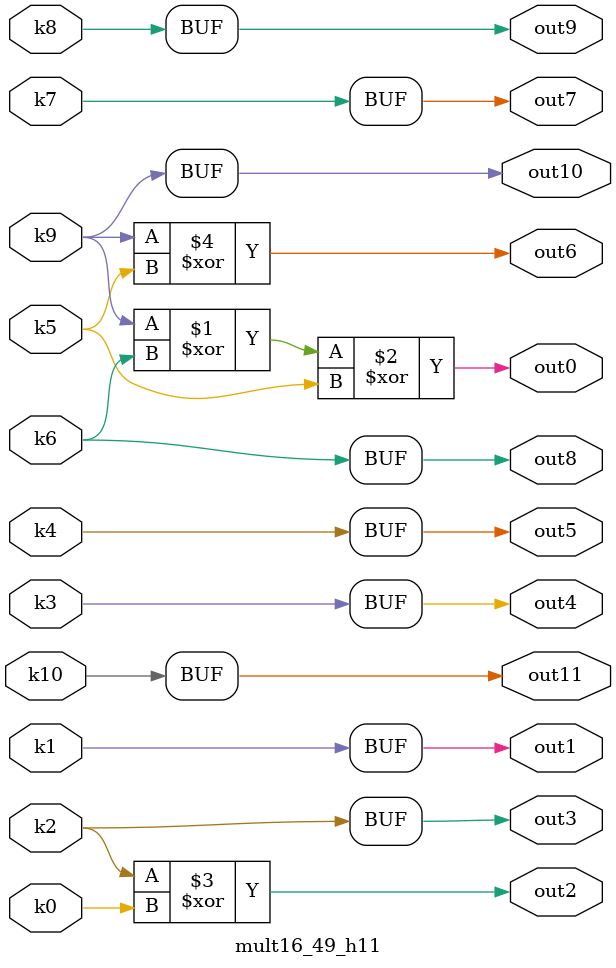
<source format=v>
module mult16_49(pi00, pi01, pi02, pi03, pi04, pi05, pi06, pi07, pi08, pi09, pi10, pi11, po00, po01, po02, po03, po04, po05, po06, po07, po08, po09, po10, po11);
input pi00, pi01, pi02, pi03, pi04, pi05, pi06, pi07, pi08, pi09, pi10, pi11;
output po00, po01, po02, po03, po04, po05, po06, po07, po08, po09, po10, po11;
wire k00, k01, k02, k03, k04, k05, k06, k07, k08, k09, k10;
mult16_49_w11 DUT1 (pi00, pi01, pi02, pi03, pi04, pi05, pi06, pi07, pi08, pi09, pi10, pi11, k00, k01, k02, k03, k04, k05, k06, k07, k08, k09, k10);
mult16_49_h11 DUT2 (k00, k01, k02, k03, k04, k05, k06, k07, k08, k09, k10, po00, po01, po02, po03, po04, po05, po06, po07, po08, po09, po10, po11);
endmodule

module mult16_49_w11(in11, in10, in9, in8, in7, in6, in5, in4, in3, in2, in1, in0, k10, k9, k8, k7, k6, k5, k4, k3, k2, k1, k0);
input in11, in10, in9, in8, in7, in6, in5, in4, in3, in2, in1, in0;
output k10, k9, k8, k7, k6, k5, k4, k3, k2, k1, k0;
assign k0 =   (~in3 | ((~in9 | ((~in7 | ~in4) & (~in5 | ~in6))) & (~in8 | (in4 & in6)))) & ~in1 & (~in4 | ~in6 | ((~in7 | ~in5) & in8 & in3));
assign k1 =   (in8 & in6 & in4 & ((in7 & in0) | (in3 & ~in7 & ~in0))) | (((~in7 & in0) | (in3 & in7 & ~in0)) & (~in8 | ~in6 | ~in4)) | (~in3 & in0);
assign k2 =   (in4 & ((in6 & (((~in7 | ~in5) & ((~in9 & ((in3 & in8 & in1) | (~in8 & ~in1))) | (~in3 & ~in1))) | (~in7 & ~in5 & ((in3 & in8 & in1) | (~in8 & ~in1))) | (in3 & ((in9 & (in8 ^ in1) & (in7 | in5)) | (in7 & in5 & in8 & ~in1))) | (in7 & in5 & ~in8 & in1))) | (in7 & in9 & ~in6 & ((in8 & in1) | (in3 & ~in8 & ~in1))))) | (((~in8 & in1) | (in3 & in8 & ~in1)) & ((~in9 & (~in4 | ~in6)) | (~in4 & (~in5 | ~in6)) | (~in7 & ~in6))) | (in5 & ((in9 & ~in4 & in6 & ((in8 & in1) | (in3 & ~in8 & ~in1))) | (in7 & ~in3 & in1))) | (~in3 & in1 & (~in4 | ~in6));
assign k3 =   ((~in6 | ~in5) & ((in9 & in3 & (~in7 | ~in4)) | (in7 & in4 & (~in9 | ~in3)))) | (in6 & in5 & (((~in7 | ~in4) & (~in9 | ~in3)) | (in9 & in7 & in4 & in3)));
assign k4 =   in3 & in6;
assign k5 =   (~in3 | (~in11 & (~in2 | ~in8))) & (~in5 | ~in8) & (~in4 | ~in9);
assign k6 =   in3 & in7;
assign k7 =   (~in3 | ~in10) & (~in5 | ~in7);
assign k8 =   in8 & in4;
assign k9 =   (in9 & in4 & (((~in5 | ~in8) & (~in11 | ~in3)) | (in2 & in3 & in8))) | ((~in9 | ~in4) & ((~in2 & ((in5 & in8) | (in11 & in3))) | (in5 & ~in3 & in8) | (in11 & in3 & ~in8)));
assign k10 =   in5 & in9;
endmodule

module mult16_49_h11(k10, k9, k8, k7, k6, k5, k4, k3, k2, k1, k0, out11, out10, out9, out8, out7, out6, out5, out4, out3, out2, out1, out0);
input k10, k9, k8, k7, k6, k5, k4, k3, k2, k1, k0;
output out11, out10, out9, out8, out7, out6, out5, out4, out3, out2, out1, out0;
assign out0 = k9 ^ k6 ^ k5;
assign out1 = k1;
assign out2 = k2 ^ k0;
assign out3 = k2;
assign out4 = k3;
assign out5 = k4;
assign out6 = k9 ^ k5;
assign out7 = k7;
assign out8 = k6;
assign out9 = k8;
assign out10 = k9;
assign out11 = k10;
endmodule

</source>
